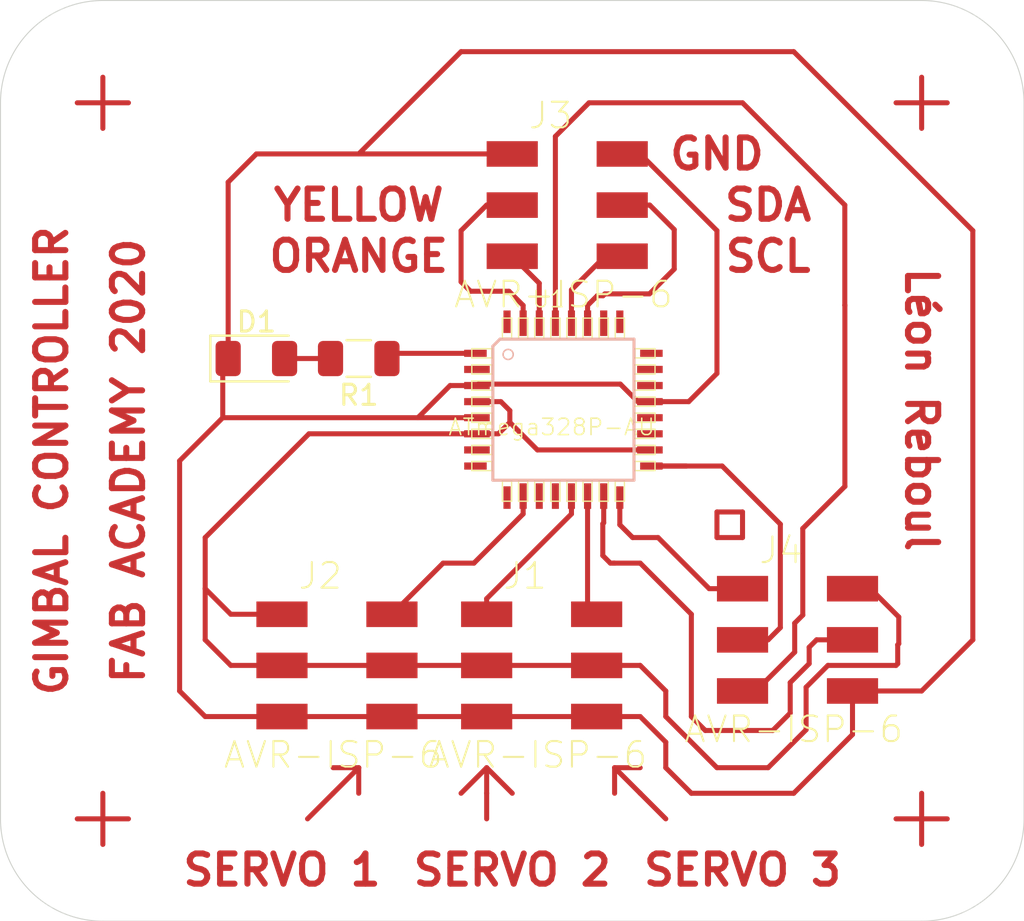
<source format=kicad_pcb>
(kicad_pcb (version 20171130) (host pcbnew 5.1.6-c6e7f7d~86~ubuntu18.04.1)

  (general
    (thickness 1.6)
    (drawings 19)
    (tracks 176)
    (zones 0)
    (modules 7)
    (nets 30)
  )

  (page A4)
  (layers
    (0 F.Cu signal)
    (31 B.Cu signal)
    (32 B.Adhes user)
    (33 F.Adhes user)
    (34 B.Paste user)
    (35 F.Paste user)
    (36 B.SilkS user)
    (37 F.SilkS user)
    (38 B.Mask user)
    (39 F.Mask user)
    (40 Dwgs.User user)
    (41 Cmts.User user)
    (42 Eco1.User user)
    (43 Eco2.User user)
    (44 Edge.Cuts user)
    (45 Margin user)
    (46 B.CrtYd user)
    (47 F.CrtYd user)
    (48 B.Fab user)
    (49 F.Fab user)
  )

  (setup
    (last_trace_width 0.25)
    (trace_clearance 0.2)
    (zone_clearance 0.508)
    (zone_45_only no)
    (trace_min 0.2)
    (via_size 0.8)
    (via_drill 0.4)
    (via_min_size 0.4)
    (via_min_drill 0.3)
    (uvia_size 0.3)
    (uvia_drill 0.1)
    (uvias_allowed no)
    (uvia_min_size 0.2)
    (uvia_min_drill 0.1)
    (edge_width 0.05)
    (segment_width 0.2)
    (pcb_text_width 0.3)
    (pcb_text_size 1.5 1.5)
    (mod_edge_width 0.12)
    (mod_text_size 1 1)
    (mod_text_width 0.15)
    (pad_size 1.524 1.524)
    (pad_drill 0.762)
    (pad_to_mask_clearance 0.05)
    (aux_axis_origin 0 0)
    (visible_elements FFFFFF7F)
    (pcbplotparams
      (layerselection 0x01000_7fffffff)
      (usegerberextensions false)
      (usegerberattributes true)
      (usegerberadvancedattributes true)
      (creategerberjobfile true)
      (excludeedgelayer false)
      (linewidth 0.100000)
      (plotframeref false)
      (viasonmask false)
      (mode 1)
      (useauxorigin false)
      (hpglpennumber 1)
      (hpglpenspeed 20)
      (hpglpendiameter 15.000000)
      (psnegative true)
      (psa4output false)
      (plotreference true)
      (plotvalue true)
      (plotinvisibletext false)
      (padsonsilk true)
      (subtractmaskfromsilk false)
      (outputformat 5)
      (mirror false)
      (drillshape 0)
      (scaleselection 1)
      (outputdirectory "./"))
  )

  (net 0 "")
  (net 1 "Net-(U1-Pad2)")
  (net 2 "Net-(U1-Pad11)")
  (net 3 "Net-(U1-Pad12)")
  (net 4 "Net-(U1-Pad19)")
  (net 5 "Net-(U1-Pad20)")
  (net 6 "Net-(U1-Pad22)")
  (net 7 "Net-(U1-Pad23)")
  (net 8 "Net-(U1-Pad26)")
  (net 9 5V)
  (net 10 RST)
  (net 11 MOSI)
  (net 12 SCK)
  (net 13 MISO)
  (net 14 GND)
  (net 15 SERVO_3_CONTROL)
  (net 16 SERVO_2_CONTROL)
  (net 17 RXD_to_orange_wire)
  (net 18 TXD_to_yellow_wire)
  (net 19 SERVO_1_CONTROL)
  (net 20 SDA)
  (net 21 SCL)
  (net 22 "Net-(U1-Pad7)")
  (net 23 "Net-(U1-Pad8)")
  (net 24 "Net-(U1-Pad9)")
  (net 25 "Net-(U1-Pad24)")
  (net 26 "Net-(U1-Pad25)")
  (net 27 "Net-(U1-Pad32)")
  (net 28 "Net-(D1-Pad2)")
  (net 29 LED)

  (net_class Default "This is the default net class."
    (clearance 0.2)
    (trace_width 0.25)
    (via_dia 0.8)
    (via_drill 0.4)
    (uvia_dia 0.3)
    (uvia_drill 0.1)
    (add_net 5V)
    (add_net GND)
    (add_net LED)
    (add_net MISO)
    (add_net MOSI)
    (add_net "Net-(D1-Pad2)")
    (add_net "Net-(U1-Pad11)")
    (add_net "Net-(U1-Pad12)")
    (add_net "Net-(U1-Pad19)")
    (add_net "Net-(U1-Pad2)")
    (add_net "Net-(U1-Pad20)")
    (add_net "Net-(U1-Pad22)")
    (add_net "Net-(U1-Pad23)")
    (add_net "Net-(U1-Pad24)")
    (add_net "Net-(U1-Pad25)")
    (add_net "Net-(U1-Pad26)")
    (add_net "Net-(U1-Pad32)")
    (add_net "Net-(U1-Pad7)")
    (add_net "Net-(U1-Pad8)")
    (add_net "Net-(U1-Pad9)")
    (add_net RST)
    (add_net RXD_to_orange_wire)
    (add_net SCK)
    (add_net SCL)
    (add_net SDA)
    (add_net SERVO_1_CONTROL)
    (add_net SERVO_2_CONTROL)
    (add_net SERVO_3_CONTROL)
    (add_net TXD_to_yellow_wire)
  )

  (module fab:fab-2X03SMD (layer F.Cu) (tedit 200000) (tstamp 5EEA4A5C)
    (at 138.43 96.52)
    (path /5EE7BF62)
    (attr smd)
    (fp_text reference J1 (at -0.635 -4.445) (layer F.SilkS)
      (effects (font (size 1.27 1.27) (thickness 0.1016)))
    )
    (fp_text value AVR-ISP-6 (at 0 4.445) (layer F.SilkS)
      (effects (font (size 1.27 1.27) (thickness 0.1016)))
    )
    (pad 6 smd rect (at 2.91846 2.54) (size 2.54 1.27) (layers F.Cu F.Paste F.Mask)
      (net 14 GND))
    (pad 5 smd rect (at -2.54 2.54) (size 2.54 1.27) (layers F.Cu F.Paste F.Mask)
      (net 14 GND))
    (pad 4 smd rect (at 2.91846 0) (size 2.54 1.27) (layers F.Cu F.Paste F.Mask)
      (net 9 5V))
    (pad 3 smd rect (at -2.54 0) (size 2.54 1.27) (layers F.Cu F.Paste F.Mask)
      (net 9 5V))
    (pad 2 smd rect (at 2.91846 -2.54) (size 2.54 1.27) (layers F.Cu F.Paste F.Mask)
      (net 15 SERVO_3_CONTROL))
    (pad 1 smd rect (at -2.54 -2.54) (size 2.54 1.27) (layers F.Cu F.Paste F.Mask)
      (net 16 SERVO_2_CONTROL))
  )

  (module fab:fab-2X03SMD (layer F.Cu) (tedit 200000) (tstamp 5EEA4AAA)
    (at 151.13 95.25)
    (path /5EED88E0)
    (attr smd)
    (fp_text reference J4 (at -0.635 -4.445) (layer F.SilkS)
      (effects (font (size 1.27 1.27) (thickness 0.1016)))
    )
    (fp_text value AVR-ISP-6 (at 0 4.445) (layer F.SilkS)
      (effects (font (size 1.27 1.27) (thickness 0.1016)))
    )
    (pad 1 smd rect (at -2.54 -2.54) (size 2.54 1.27) (layers F.Cu F.Paste F.Mask)
      (net 13 MISO))
    (pad 2 smd rect (at 2.91846 -2.54) (size 2.54 1.27) (layers F.Cu F.Paste F.Mask)
      (net 9 5V))
    (pad 3 smd rect (at -2.54 0) (size 2.54 1.27) (layers F.Cu F.Paste F.Mask)
      (net 12 SCK))
    (pad 4 smd rect (at 2.91846 0) (size 2.54 1.27) (layers F.Cu F.Paste F.Mask)
      (net 11 MOSI))
    (pad 5 smd rect (at -2.54 2.54) (size 2.54 1.27) (layers F.Cu F.Paste F.Mask)
      (net 10 RST))
    (pad 6 smd rect (at 2.91846 2.54) (size 2.54 1.27) (layers F.Cu F.Paste F.Mask)
      (net 14 GND))
  )

  (module fab:fab-TQFP32-08THIN (layer F.Cu) (tedit 200000) (tstamp 5EEA4BB6)
    (at 139.7 83.82)
    (path /5EEB8732)
    (attr smd)
    (fp_text reference U1 (at -0.7366 -5.4864) (layer F.SilkS)
      (effects (font (size 0.8128 0.8128) (thickness 0.0762)))
    )
    (fp_text value ATmega328P-AU (at -0.5842 0.8636) (layer F.SilkS)
      (effects (font (size 0.8128 0.8128) (thickness 0.0762)))
    )
    (fp_line (start -4.5466 -2.57048) (end -3.556 -2.57048) (layer F.SilkS) (width 0.06604))
    (fp_line (start -3.556 -2.57048) (end -3.556 -3.02768) (layer F.SilkS) (width 0.06604))
    (fp_line (start -4.5466 -3.02768) (end -3.556 -3.02768) (layer F.SilkS) (width 0.06604))
    (fp_line (start -4.5466 -2.57048) (end -4.5466 -3.02768) (layer F.SilkS) (width 0.06604))
    (fp_line (start -4.5466 -1.77038) (end -3.556 -1.77038) (layer F.SilkS) (width 0.06604))
    (fp_line (start -3.556 -1.77038) (end -3.556 -2.22758) (layer F.SilkS) (width 0.06604))
    (fp_line (start -4.5466 -2.22758) (end -3.556 -2.22758) (layer F.SilkS) (width 0.06604))
    (fp_line (start -4.5466 -1.77038) (end -4.5466 -2.22758) (layer F.SilkS) (width 0.06604))
    (fp_line (start -4.5466 -0.97028) (end -3.556 -0.97028) (layer F.SilkS) (width 0.06604))
    (fp_line (start -3.556 -0.97028) (end -3.556 -1.42748) (layer F.SilkS) (width 0.06604))
    (fp_line (start -4.5466 -1.42748) (end -3.556 -1.42748) (layer F.SilkS) (width 0.06604))
    (fp_line (start -4.5466 -0.97028) (end -4.5466 -1.42748) (layer F.SilkS) (width 0.06604))
    (fp_line (start -4.5466 -0.17018) (end -3.556 -0.17018) (layer F.SilkS) (width 0.06604))
    (fp_line (start -3.556 -0.17018) (end -3.556 -0.62738) (layer F.SilkS) (width 0.06604))
    (fp_line (start -4.5466 -0.62738) (end -3.556 -0.62738) (layer F.SilkS) (width 0.06604))
    (fp_line (start -4.5466 -0.17018) (end -4.5466 -0.62738) (layer F.SilkS) (width 0.06604))
    (fp_line (start -4.5466 0.62738) (end -3.556 0.62738) (layer F.SilkS) (width 0.06604))
    (fp_line (start -3.556 0.62738) (end -3.556 0.17018) (layer F.SilkS) (width 0.06604))
    (fp_line (start -4.5466 0.17018) (end -3.556 0.17018) (layer F.SilkS) (width 0.06604))
    (fp_line (start -4.5466 0.62738) (end -4.5466 0.17018) (layer F.SilkS) (width 0.06604))
    (fp_line (start -4.5466 1.42748) (end -3.556 1.42748) (layer F.SilkS) (width 0.06604))
    (fp_line (start -3.556 1.42748) (end -3.556 0.97028) (layer F.SilkS) (width 0.06604))
    (fp_line (start -4.5466 0.97028) (end -3.556 0.97028) (layer F.SilkS) (width 0.06604))
    (fp_line (start -4.5466 1.42748) (end -4.5466 0.97028) (layer F.SilkS) (width 0.06604))
    (fp_line (start -4.5466 2.22758) (end -3.556 2.22758) (layer F.SilkS) (width 0.06604))
    (fp_line (start -3.556 2.22758) (end -3.556 1.77038) (layer F.SilkS) (width 0.06604))
    (fp_line (start -4.5466 1.77038) (end -3.556 1.77038) (layer F.SilkS) (width 0.06604))
    (fp_line (start -4.5466 2.22758) (end -4.5466 1.77038) (layer F.SilkS) (width 0.06604))
    (fp_line (start -4.5466 3.02768) (end -3.556 3.02768) (layer F.SilkS) (width 0.06604))
    (fp_line (start -3.556 3.02768) (end -3.556 2.57048) (layer F.SilkS) (width 0.06604))
    (fp_line (start -4.5466 2.57048) (end -3.556 2.57048) (layer F.SilkS) (width 0.06604))
    (fp_line (start -4.5466 3.02768) (end -4.5466 2.57048) (layer F.SilkS) (width 0.06604))
    (fp_line (start -3.02768 4.5466) (end -2.57048 4.5466) (layer F.SilkS) (width 0.06604))
    (fp_line (start -2.57048 4.5466) (end -2.57048 3.556) (layer F.SilkS) (width 0.06604))
    (fp_line (start -3.02768 3.556) (end -2.57048 3.556) (layer F.SilkS) (width 0.06604))
    (fp_line (start -3.02768 4.5466) (end -3.02768 3.556) (layer F.SilkS) (width 0.06604))
    (fp_line (start -2.22758 4.5466) (end -1.77038 4.5466) (layer F.SilkS) (width 0.06604))
    (fp_line (start -1.77038 4.5466) (end -1.77038 3.556) (layer F.SilkS) (width 0.06604))
    (fp_line (start -2.22758 3.556) (end -1.77038 3.556) (layer F.SilkS) (width 0.06604))
    (fp_line (start -2.22758 4.5466) (end -2.22758 3.556) (layer F.SilkS) (width 0.06604))
    (fp_line (start -1.42748 4.5466) (end -0.97028 4.5466) (layer F.SilkS) (width 0.06604))
    (fp_line (start -0.97028 4.5466) (end -0.97028 3.556) (layer F.SilkS) (width 0.06604))
    (fp_line (start -1.42748 3.556) (end -0.97028 3.556) (layer F.SilkS) (width 0.06604))
    (fp_line (start -1.42748 4.5466) (end -1.42748 3.556) (layer F.SilkS) (width 0.06604))
    (fp_line (start -0.62738 4.5466) (end -0.17018 4.5466) (layer F.SilkS) (width 0.06604))
    (fp_line (start -0.17018 4.5466) (end -0.17018 3.556) (layer F.SilkS) (width 0.06604))
    (fp_line (start -0.62738 3.556) (end -0.17018 3.556) (layer F.SilkS) (width 0.06604))
    (fp_line (start -0.62738 4.5466) (end -0.62738 3.556) (layer F.SilkS) (width 0.06604))
    (fp_line (start 0.17018 4.5466) (end 0.62738 4.5466) (layer F.SilkS) (width 0.06604))
    (fp_line (start 0.62738 4.5466) (end 0.62738 3.556) (layer F.SilkS) (width 0.06604))
    (fp_line (start 0.17018 3.556) (end 0.62738 3.556) (layer F.SilkS) (width 0.06604))
    (fp_line (start 0.17018 4.5466) (end 0.17018 3.556) (layer F.SilkS) (width 0.06604))
    (fp_line (start 0.97028 4.5466) (end 1.42748 4.5466) (layer F.SilkS) (width 0.06604))
    (fp_line (start 1.42748 4.5466) (end 1.42748 3.556) (layer F.SilkS) (width 0.06604))
    (fp_line (start 0.97028 3.556) (end 1.42748 3.556) (layer F.SilkS) (width 0.06604))
    (fp_line (start 0.97028 4.5466) (end 0.97028 3.556) (layer F.SilkS) (width 0.06604))
    (fp_line (start 1.77038 4.5466) (end 2.22758 4.5466) (layer F.SilkS) (width 0.06604))
    (fp_line (start 2.22758 4.5466) (end 2.22758 3.556) (layer F.SilkS) (width 0.06604))
    (fp_line (start 1.77038 3.556) (end 2.22758 3.556) (layer F.SilkS) (width 0.06604))
    (fp_line (start 1.77038 4.5466) (end 1.77038 3.556) (layer F.SilkS) (width 0.06604))
    (fp_line (start 2.57048 4.5466) (end 3.02768 4.5466) (layer F.SilkS) (width 0.06604))
    (fp_line (start 3.02768 4.5466) (end 3.02768 3.556) (layer F.SilkS) (width 0.06604))
    (fp_line (start 2.57048 3.556) (end 3.02768 3.556) (layer F.SilkS) (width 0.06604))
    (fp_line (start 2.57048 4.5466) (end 2.57048 3.556) (layer F.SilkS) (width 0.06604))
    (fp_line (start 3.556 3.02768) (end 4.5466 3.02768) (layer F.SilkS) (width 0.06604))
    (fp_line (start 4.5466 3.02768) (end 4.5466 2.57048) (layer F.SilkS) (width 0.06604))
    (fp_line (start 3.556 2.57048) (end 4.5466 2.57048) (layer F.SilkS) (width 0.06604))
    (fp_line (start 3.556 3.02768) (end 3.556 2.57048) (layer F.SilkS) (width 0.06604))
    (fp_line (start 3.556 2.22758) (end 4.5466 2.22758) (layer F.SilkS) (width 0.06604))
    (fp_line (start 4.5466 2.22758) (end 4.5466 1.77038) (layer F.SilkS) (width 0.06604))
    (fp_line (start 3.556 1.77038) (end 4.5466 1.77038) (layer F.SilkS) (width 0.06604))
    (fp_line (start 3.556 2.22758) (end 3.556 1.77038) (layer F.SilkS) (width 0.06604))
    (fp_line (start 3.556 1.42748) (end 4.5466 1.42748) (layer F.SilkS) (width 0.06604))
    (fp_line (start 4.5466 1.42748) (end 4.5466 0.97028) (layer F.SilkS) (width 0.06604))
    (fp_line (start 3.556 0.97028) (end 4.5466 0.97028) (layer F.SilkS) (width 0.06604))
    (fp_line (start 3.556 1.42748) (end 3.556 0.97028) (layer F.SilkS) (width 0.06604))
    (fp_line (start 3.556 0.62738) (end 4.5466 0.62738) (layer F.SilkS) (width 0.06604))
    (fp_line (start 4.5466 0.62738) (end 4.5466 0.17018) (layer F.SilkS) (width 0.06604))
    (fp_line (start 3.556 0.17018) (end 4.5466 0.17018) (layer F.SilkS) (width 0.06604))
    (fp_line (start 3.556 0.62738) (end 3.556 0.17018) (layer F.SilkS) (width 0.06604))
    (fp_line (start 3.556 -0.17018) (end 4.5466 -0.17018) (layer F.SilkS) (width 0.06604))
    (fp_line (start 4.5466 -0.17018) (end 4.5466 -0.62738) (layer F.SilkS) (width 0.06604))
    (fp_line (start 3.556 -0.62738) (end 4.5466 -0.62738) (layer F.SilkS) (width 0.06604))
    (fp_line (start 3.556 -0.17018) (end 3.556 -0.62738) (layer F.SilkS) (width 0.06604))
    (fp_line (start 3.556 -0.97028) (end 4.5466 -0.97028) (layer F.SilkS) (width 0.06604))
    (fp_line (start 4.5466 -0.97028) (end 4.5466 -1.42748) (layer F.SilkS) (width 0.06604))
    (fp_line (start 3.556 -1.42748) (end 4.5466 -1.42748) (layer F.SilkS) (width 0.06604))
    (fp_line (start 3.556 -0.97028) (end 3.556 -1.42748) (layer F.SilkS) (width 0.06604))
    (fp_line (start 3.556 -1.77038) (end 4.5466 -1.77038) (layer F.SilkS) (width 0.06604))
    (fp_line (start 4.5466 -1.77038) (end 4.5466 -2.22758) (layer F.SilkS) (width 0.06604))
    (fp_line (start 3.556 -2.22758) (end 4.5466 -2.22758) (layer F.SilkS) (width 0.06604))
    (fp_line (start 3.556 -1.77038) (end 3.556 -2.22758) (layer F.SilkS) (width 0.06604))
    (fp_line (start 3.556 -2.57048) (end 4.5466 -2.57048) (layer F.SilkS) (width 0.06604))
    (fp_line (start 4.5466 -2.57048) (end 4.5466 -3.02768) (layer F.SilkS) (width 0.06604))
    (fp_line (start 3.556 -3.02768) (end 4.5466 -3.02768) (layer F.SilkS) (width 0.06604))
    (fp_line (start 3.556 -2.57048) (end 3.556 -3.02768) (layer F.SilkS) (width 0.06604))
    (fp_line (start 2.57048 -3.556) (end 3.02768 -3.556) (layer F.SilkS) (width 0.06604))
    (fp_line (start 3.02768 -3.556) (end 3.02768 -4.5466) (layer F.SilkS) (width 0.06604))
    (fp_line (start 2.57048 -4.5466) (end 3.02768 -4.5466) (layer F.SilkS) (width 0.06604))
    (fp_line (start 2.57048 -3.556) (end 2.57048 -4.5466) (layer F.SilkS) (width 0.06604))
    (fp_line (start 1.77038 -3.556) (end 2.22758 -3.556) (layer F.SilkS) (width 0.06604))
    (fp_line (start 2.22758 -3.556) (end 2.22758 -4.5466) (layer F.SilkS) (width 0.06604))
    (fp_line (start 1.77038 -4.5466) (end 2.22758 -4.5466) (layer F.SilkS) (width 0.06604))
    (fp_line (start 1.77038 -3.556) (end 1.77038 -4.5466) (layer F.SilkS) (width 0.06604))
    (fp_line (start 0.97028 -3.556) (end 1.42748 -3.556) (layer F.SilkS) (width 0.06604))
    (fp_line (start 1.42748 -3.556) (end 1.42748 -4.5466) (layer F.SilkS) (width 0.06604))
    (fp_line (start 0.97028 -4.5466) (end 1.42748 -4.5466) (layer F.SilkS) (width 0.06604))
    (fp_line (start 0.97028 -3.556) (end 0.97028 -4.5466) (layer F.SilkS) (width 0.06604))
    (fp_line (start 0.17018 -3.556) (end 0.62738 -3.556) (layer F.SilkS) (width 0.06604))
    (fp_line (start 0.62738 -3.556) (end 0.62738 -4.5466) (layer F.SilkS) (width 0.06604))
    (fp_line (start 0.17018 -4.5466) (end 0.62738 -4.5466) (layer F.SilkS) (width 0.06604))
    (fp_line (start 0.17018 -3.556) (end 0.17018 -4.5466) (layer F.SilkS) (width 0.06604))
    (fp_line (start -0.62738 -3.556) (end -0.17018 -3.556) (layer F.SilkS) (width 0.06604))
    (fp_line (start -0.17018 -3.556) (end -0.17018 -4.5466) (layer F.SilkS) (width 0.06604))
    (fp_line (start -0.62738 -4.5466) (end -0.17018 -4.5466) (layer F.SilkS) (width 0.06604))
    (fp_line (start -0.62738 -3.556) (end -0.62738 -4.5466) (layer F.SilkS) (width 0.06604))
    (fp_line (start -1.42748 -3.556) (end -0.97028 -3.556) (layer F.SilkS) (width 0.06604))
    (fp_line (start -0.97028 -3.556) (end -0.97028 -4.5466) (layer F.SilkS) (width 0.06604))
    (fp_line (start -1.42748 -4.5466) (end -0.97028 -4.5466) (layer F.SilkS) (width 0.06604))
    (fp_line (start -1.42748 -3.556) (end -1.42748 -4.5466) (layer F.SilkS) (width 0.06604))
    (fp_line (start -2.22758 -3.556) (end -1.77038 -3.556) (layer F.SilkS) (width 0.06604))
    (fp_line (start -1.77038 -3.556) (end -1.77038 -4.5466) (layer F.SilkS) (width 0.06604))
    (fp_line (start -2.22758 -4.5466) (end -1.77038 -4.5466) (layer F.SilkS) (width 0.06604))
    (fp_line (start -2.22758 -3.556) (end -2.22758 -4.5466) (layer F.SilkS) (width 0.06604))
    (fp_line (start -3.02768 -3.556) (end -2.57048 -3.556) (layer F.SilkS) (width 0.06604))
    (fp_line (start -2.57048 -3.556) (end -2.57048 -4.5466) (layer F.SilkS) (width 0.06604))
    (fp_line (start -3.02768 -4.5466) (end -2.57048 -4.5466) (layer F.SilkS) (width 0.06604))
    (fp_line (start -3.02768 -3.556) (end -3.02768 -4.5466) (layer F.SilkS) (width 0.06604))
    (fp_line (start 3.50266 -3.50266) (end 3.50266 3.50266) (layer B.SilkS) (width 0.1524))
    (fp_line (start 3.50266 3.50266) (end -3.50266 3.50266) (layer B.SilkS) (width 0.1524))
    (fp_line (start -3.50266 3.50266) (end -3.50266 -3.1496) (layer B.SilkS) (width 0.1524))
    (fp_line (start -3.1496 -3.50266) (end 3.50266 -3.50266) (layer B.SilkS) (width 0.1524))
    (fp_line (start -3.1496 -3.50266) (end -3.50266 -3.1496) (layer B.SilkS) (width 0.1524))
    (fp_circle (center -2.7432 -2.7432) (end -2.921 -2.921) (layer B.SilkS) (width 0.0762))
    (pad 1 smd rect (at -4.36626 -2.79908) (size 1.1176 0.3556) (layers F.Cu F.Paste F.Mask)
      (net 29 LED))
    (pad 2 smd rect (at -4.2926 -1.99898) (size 1.27 0.3556) (layers F.Cu F.Paste F.Mask)
      (net 1 "Net-(U1-Pad2)"))
    (pad 3 smd rect (at -4.2926 -1.19888) (size 1.27 0.3556) (layers F.Cu F.Paste F.Mask)
      (net 14 GND))
    (pad 4 smd rect (at -4.2926 -0.39878) (size 1.27 0.3556) (layers F.Cu F.Paste F.Mask)
      (net 9 5V))
    (pad 5 smd rect (at -4.2926 0.39878) (size 1.27 0.3556) (layers F.Cu F.Paste F.Mask)
      (net 14 GND))
    (pad 6 smd rect (at -4.2926 1.19888) (size 1.27 0.3556) (layers F.Cu F.Paste F.Mask)
      (net 9 5V))
    (pad 7 smd rect (at -4.2926 1.99898) (size 1.27 0.3556) (layers F.Cu F.Paste F.Mask)
      (net 22 "Net-(U1-Pad7)"))
    (pad 8 smd rect (at -4.36626 2.79908) (size 1.1176 0.3556) (layers F.Cu F.Paste F.Mask)
      (net 23 "Net-(U1-Pad8)"))
    (pad 9 smd rect (at -2.79908 4.36626) (size 0.3556 1.1176) (layers F.Cu F.Paste F.Mask)
      (net 24 "Net-(U1-Pad9)"))
    (pad 10 smd rect (at -1.99898 4.2926) (size 0.3556 1.27) (layers F.Cu F.Paste F.Mask)
      (net 19 SERVO_1_CONTROL))
    (pad 11 smd rect (at -1.19888 4.2926) (size 0.34798 1.27) (layers F.Cu F.Paste F.Mask)
      (net 2 "Net-(U1-Pad11)"))
    (pad 12 smd rect (at -0.39878 4.2926) (size 0.34798 1.27) (layers F.Cu F.Paste F.Mask)
      (net 3 "Net-(U1-Pad12)"))
    (pad 13 smd rect (at 0.39878 4.2926) (size 0.34798 1.27) (layers F.Cu F.Paste F.Mask)
      (net 16 SERVO_2_CONTROL))
    (pad 14 smd rect (at 1.19888 4.2926) (size 0.3556 1.27) (layers F.Cu F.Paste F.Mask)
      (net 15 SERVO_3_CONTROL))
    (pad 15 smd rect (at 1.99898 4.2926) (size 0.3556 1.27) (layers F.Cu F.Paste F.Mask)
      (net 11 MOSI))
    (pad 16 smd rect (at 2.79908 4.36626) (size 0.3556 1.1176) (layers F.Cu F.Paste F.Mask)
      (net 13 MISO))
    (pad 17 smd rect (at 4.36626 2.79908) (size 1.1176 0.3556) (layers F.Cu F.Paste F.Mask)
      (net 12 SCK))
    (pad 18 smd rect (at 4.2926 1.99898) (size 1.27 0.3556) (layers F.Cu F.Paste F.Mask)
      (net 9 5V))
    (pad 19 smd rect (at 4.2926 1.19888) (size 1.27 0.3556) (layers F.Cu F.Paste F.Mask)
      (net 4 "Net-(U1-Pad19)"))
    (pad 20 smd rect (at 4.2926 0.39878) (size 1.27 0.3556) (layers F.Cu F.Paste F.Mask)
      (net 5 "Net-(U1-Pad20)"))
    (pad 21 smd rect (at 4.2926 -0.39878) (size 1.27 0.3556) (layers F.Cu F.Paste F.Mask)
      (net 14 GND))
    (pad 22 smd rect (at 4.2926 -1.19888) (size 1.27 0.3556) (layers F.Cu F.Paste F.Mask)
      (net 6 "Net-(U1-Pad22)"))
    (pad 23 smd rect (at 4.2926 -1.99898) (size 1.27 0.3556) (layers F.Cu F.Paste F.Mask)
      (net 7 "Net-(U1-Pad23)"))
    (pad 24 smd rect (at 4.36626 -2.79908) (size 1.1176 0.3556) (layers F.Cu F.Paste F.Mask)
      (net 25 "Net-(U1-Pad24)"))
    (pad 25 smd rect (at 2.79908 -4.36626) (size 0.3556 1.1176) (layers F.Cu F.Paste F.Mask)
      (net 26 "Net-(U1-Pad25)"))
    (pad 26 smd rect (at 1.99898 -4.2926) (size 0.3556 1.27) (layers F.Cu F.Paste F.Mask)
      (net 8 "Net-(U1-Pad26)"))
    (pad 27 smd rect (at 1.19888 -4.2926) (size 0.3556 1.27) (layers F.Cu F.Paste F.Mask)
      (net 20 SDA))
    (pad 28 smd rect (at 0.39878 -4.2926) (size 0.34798 1.27) (layers F.Cu F.Paste F.Mask)
      (net 21 SCL))
    (pad 29 smd rect (at -0.39878 -4.2926) (size 0.34798 1.27) (layers F.Cu F.Paste F.Mask)
      (net 10 RST))
    (pad 30 smd rect (at -1.19888 -4.2926) (size 0.34798 1.27) (layers F.Cu F.Paste F.Mask)
      (net 17 RXD_to_orange_wire))
    (pad 31 smd rect (at -1.99898 -4.2926) (size 0.3556 1.27) (layers F.Cu F.Paste F.Mask)
      (net 18 TXD_to_yellow_wire))
    (pad 32 smd rect (at -2.79908 -4.36626) (size 0.3556 1.1176) (layers F.Cu F.Paste F.Mask)
      (net 27 "Net-(U1-Pad32)"))
  )

  (module LED_SMD:LED_1206_3216Metric (layer F.Cu) (tedit 5B301BBE) (tstamp 5EEB69D2)
    (at 124.46 81.28)
    (descr "LED SMD 1206 (3216 Metric), square (rectangular) end terminal, IPC_7351 nominal, (Body size source: http://www.tortai-tech.com/upload/download/2011102023233369053.pdf), generated with kicad-footprint-generator")
    (tags diode)
    (path /5EEB7097)
    (attr smd)
    (fp_text reference D1 (at 0 -1.82) (layer F.SilkS)
      (effects (font (size 1 1) (thickness 0.15)))
    )
    (fp_text value LED (at 0 1.82) (layer F.Fab)
      (effects (font (size 1 1) (thickness 0.15)))
    )
    (fp_line (start 2.28 1.12) (end -2.28 1.12) (layer F.CrtYd) (width 0.05))
    (fp_line (start 2.28 -1.12) (end 2.28 1.12) (layer F.CrtYd) (width 0.05))
    (fp_line (start -2.28 -1.12) (end 2.28 -1.12) (layer F.CrtYd) (width 0.05))
    (fp_line (start -2.28 1.12) (end -2.28 -1.12) (layer F.CrtYd) (width 0.05))
    (fp_line (start -2.285 1.135) (end 1.6 1.135) (layer F.SilkS) (width 0.12))
    (fp_line (start -2.285 -1.135) (end -2.285 1.135) (layer F.SilkS) (width 0.12))
    (fp_line (start 1.6 -1.135) (end -2.285 -1.135) (layer F.SilkS) (width 0.12))
    (fp_line (start 1.6 0.8) (end 1.6 -0.8) (layer F.Fab) (width 0.1))
    (fp_line (start -1.6 0.8) (end 1.6 0.8) (layer F.Fab) (width 0.1))
    (fp_line (start -1.6 -0.4) (end -1.6 0.8) (layer F.Fab) (width 0.1))
    (fp_line (start -1.2 -0.8) (end -1.6 -0.4) (layer F.Fab) (width 0.1))
    (fp_line (start 1.6 -0.8) (end -1.2 -0.8) (layer F.Fab) (width 0.1))
    (fp_text user %R (at 0 0 180) (layer F.Fab)
      (effects (font (size 0.8 0.8) (thickness 0.12)))
    )
    (pad 1 smd roundrect (at -1.4 0) (size 1.25 1.75) (layers F.Cu F.Paste F.Mask) (roundrect_rratio 0.2)
      (net 14 GND))
    (pad 2 smd roundrect (at 1.4 0) (size 1.25 1.75) (layers F.Cu F.Paste F.Mask) (roundrect_rratio 0.2)
      (net 28 "Net-(D1-Pad2)"))
    (model ${KISYS3DMOD}/LED_SMD.3dshapes/LED_1206_3216Metric.wrl
      (at (xyz 0 0 0))
      (scale (xyz 1 1 1))
      (rotate (xyz 0 0 0))
    )
  )

  (module Resistor_SMD:R_1206_3216Metric (layer F.Cu) (tedit 5B301BBD) (tstamp 5EEB69E3)
    (at 129.54 81.28 180)
    (descr "Resistor SMD 1206 (3216 Metric), square (rectangular) end terminal, IPC_7351 nominal, (Body size source: http://www.tortai-tech.com/upload/download/2011102023233369053.pdf), generated with kicad-footprint-generator")
    (tags resistor)
    (path /5EEBB0EC)
    (attr smd)
    (fp_text reference R1 (at 0 -1.82) (layer F.SilkS)
      (effects (font (size 1 1) (thickness 0.15)))
    )
    (fp_text value R_Small (at 0 1.82) (layer F.Fab)
      (effects (font (size 1 1) (thickness 0.15)))
    )
    (fp_line (start 2.28 1.12) (end -2.28 1.12) (layer F.CrtYd) (width 0.05))
    (fp_line (start 2.28 -1.12) (end 2.28 1.12) (layer F.CrtYd) (width 0.05))
    (fp_line (start -2.28 -1.12) (end 2.28 -1.12) (layer F.CrtYd) (width 0.05))
    (fp_line (start -2.28 1.12) (end -2.28 -1.12) (layer F.CrtYd) (width 0.05))
    (fp_line (start -0.602064 0.91) (end 0.602064 0.91) (layer F.SilkS) (width 0.12))
    (fp_line (start -0.602064 -0.91) (end 0.602064 -0.91) (layer F.SilkS) (width 0.12))
    (fp_line (start 1.6 0.8) (end -1.6 0.8) (layer F.Fab) (width 0.1))
    (fp_line (start 1.6 -0.8) (end 1.6 0.8) (layer F.Fab) (width 0.1))
    (fp_line (start -1.6 -0.8) (end 1.6 -0.8) (layer F.Fab) (width 0.1))
    (fp_line (start -1.6 0.8) (end -1.6 -0.8) (layer F.Fab) (width 0.1))
    (fp_text user %R (at 0 0) (layer F.Fab)
      (effects (font (size 0.8 0.8) (thickness 0.12)))
    )
    (pad 1 smd roundrect (at -1.4 0 180) (size 1.25 1.75) (layers F.Cu F.Paste F.Mask) (roundrect_rratio 0.2)
      (net 29 LED))
    (pad 2 smd roundrect (at 1.4 0 180) (size 1.25 1.75) (layers F.Cu F.Paste F.Mask) (roundrect_rratio 0.2)
      (net 28 "Net-(D1-Pad2)"))
    (model ${KISYS3DMOD}/Resistor_SMD.3dshapes/R_1206_3216Metric.wrl
      (at (xyz 0 0 0))
      (scale (xyz 1 1 1))
      (rotate (xyz 0 0 0))
    )
  )

  (module fab:fab-2X03SMD (layer F.Cu) (tedit 200000) (tstamp 5EEB9A06)
    (at 128.27 96.52)
    (path /5EF038BB)
    (attr smd)
    (fp_text reference J2 (at -0.635 -4.445) (layer F.SilkS)
      (effects (font (size 1.27 1.27) (thickness 0.1016)))
    )
    (fp_text value AVR-ISP-6 (at 0 4.445) (layer F.SilkS)
      (effects (font (size 1.27 1.27) (thickness 0.1016)))
    )
    (pad 6 smd rect (at 2.91846 2.54) (size 2.54 1.27) (layers F.Cu F.Paste F.Mask)
      (net 14 GND))
    (pad 5 smd rect (at -2.54 2.54) (size 2.54 1.27) (layers F.Cu F.Paste F.Mask)
      (net 14 GND))
    (pad 4 smd rect (at 2.91846 0) (size 2.54 1.27) (layers F.Cu F.Paste F.Mask)
      (net 9 5V))
    (pad 3 smd rect (at -2.54 0) (size 2.54 1.27) (layers F.Cu F.Paste F.Mask)
      (net 9 5V))
    (pad 2 smd rect (at 2.91846 -2.54) (size 2.54 1.27) (layers F.Cu F.Paste F.Mask)
      (net 19 SERVO_1_CONTROL))
    (pad 1 smd rect (at -2.54 -2.54) (size 2.54 1.27) (layers F.Cu F.Paste F.Mask)
      (net 9 5V))
  )

  (module fab:fab-2X03SMD (layer F.Cu) (tedit 200000) (tstamp 5EEB9A10)
    (at 139.7 73.66)
    (path /5EEE6D1D)
    (attr smd)
    (fp_text reference J3 (at -0.635 -4.445) (layer F.SilkS)
      (effects (font (size 1.27 1.27) (thickness 0.1016)))
    )
    (fp_text value AVR-ISP-6 (at 0 4.445) (layer F.SilkS)
      (effects (font (size 1.27 1.27) (thickness 0.1016)))
    )
    (pad 1 smd rect (at -2.54 -2.54) (size 2.54 1.27) (layers F.Cu F.Paste F.Mask)
      (net 14 GND))
    (pad 2 smd rect (at 2.91846 -2.54) (size 2.54 1.27) (layers F.Cu F.Paste F.Mask)
      (net 14 GND))
    (pad 3 smd rect (at -2.54 0) (size 2.54 1.27) (layers F.Cu F.Paste F.Mask)
      (net 18 TXD_to_yellow_wire))
    (pad 4 smd rect (at 2.91846 0) (size 2.54 1.27) (layers F.Cu F.Paste F.Mask)
      (net 20 SDA))
    (pad 5 smd rect (at -2.54 2.54) (size 2.54 1.27) (layers F.Cu F.Paste F.Mask)
      (net 17 RXD_to_orange_wire))
    (pad 6 smd rect (at 2.91846 2.54) (size 2.54 1.27) (layers F.Cu F.Paste F.Mask)
      (net 21 SCL))
  )

  (gr_arc (start 157.48 104.14) (end 157.48 109.22) (angle -90) (layer Edge.Cuts) (width 0.05))
  (gr_arc (start 116.84 104.14) (end 111.76 104.14) (angle -90) (layer Edge.Cuts) (width 0.05))
  (gr_arc (start 116.84 68.58) (end 116.84 63.5) (angle -90) (layer Edge.Cuts) (width 0.05))
  (gr_arc (start 157.48 68.58) (end 162.56 68.58) (angle -90) (layer Edge.Cuts) (width 0.05))
  (gr_line (start 116.84 63.5) (end 157.48 63.5) (layer Edge.Cuts) (width 0.05))
  (gr_line (start 111.76 104.14) (end 111.76 68.58) (layer Edge.Cuts) (width 0.05))
  (gr_line (start 157.48 109.22) (end 116.84 109.22) (layer Edge.Cuts) (width 0.05))
  (gr_line (start 162.56 104.14) (end 162.56 68.58) (layer Edge.Cuts) (width 0.05))
  (gr_text "GIMBAL CONTROLLER" (at 114.3 86.36 90) (layer F.Cu)
    (effects (font (size 1.5 1.5) (thickness 0.3)))
  )
  (gr_text "Léon Reboul" (at 157.48 83.82 270) (layer F.Cu)
    (effects (font (size 1.5 1.5) (thickness 0.3)))
  )
  (gr_text "FAB ACADEMY 2020" (at 118.11 86.36 90) (layer F.Cu)
    (effects (font (size 1.5 1.5) (thickness 0.3)))
  )
  (gr_text "YELLOW\n" (at 129.54 73.66) (layer F.Cu) (tstamp 5EEA5860)
    (effects (font (size 1.5 1.5) (thickness 0.3)))
  )
  (gr_text ORANGE (at 129.54 76.2) (layer F.Cu) (tstamp 5EEA5860)
    (effects (font (size 1.5 1.5) (thickness 0.3)))
  )
  (gr_text "SERVO 1\n" (at 125.73 106.68) (layer F.Cu) (tstamp 5EEA5860)
    (effects (font (size 1.5 1.5) (thickness 0.3)))
  )
  (gr_text "SERVO 2\n" (at 137.16 106.68) (layer F.Cu) (tstamp 5EEA5860)
    (effects (font (size 1.5 1.5) (thickness 0.3)))
  )
  (gr_text "SERVO 3" (at 148.59 106.68) (layer F.Cu) (tstamp 5EEA5860)
    (effects (font (size 1.5 1.5) (thickness 0.3)))
  )
  (gr_text SCL (at 149.86 76.2) (layer F.Cu) (tstamp 5EEA5860)
    (effects (font (size 1.5 1.5) (thickness 0.3)))
  )
  (gr_text SDA (at 149.86 73.66) (layer F.Cu) (tstamp 5EEA5860)
    (effects (font (size 1.5 1.5) (thickness 0.3)))
  )
  (gr_text GND (at 147.32 71.12) (layer F.Cu)
    (effects (font (size 1.5 1.5) (thickness 0.3)))
  )

  (segment (start 115.57 68.58) (end 118.11 68.58) (width 0.25) (layer F.Cu) (net 0))
  (segment (start 116.84 69.85) (end 116.84 67.31) (width 0.25) (layer F.Cu) (net 0))
  (segment (start 158.75 68.58) (end 157.48 68.58) (width 0.25) (layer F.Cu) (net 0))
  (segment (start 156.21 68.58) (end 157.48 68.58) (width 0.25) (layer F.Cu) (net 0))
  (segment (start 157.48 67.31) (end 157.48 69.85) (width 0.25) (layer F.Cu) (net 0))
  (segment (start 156.21 104.14) (end 158.75 104.14) (width 0.25) (layer F.Cu) (net 0))
  (segment (start 157.48 105.41) (end 157.48 102.87) (width 0.25) (layer F.Cu) (net 0))
  (segment (start 118.11 104.14) (end 115.57 104.14) (width 0.25) (layer F.Cu) (net 0))
  (segment (start 116.84 105.41) (end 116.84 102.87) (width 0.25) (layer F.Cu) (net 0))
  (segment (start 135.89 102.87) (end 135.89 101.6) (width 0.25) (layer F.Cu) (net 0))
  (segment (start 143.51 102.87) (end 142.24 101.6) (width 0.25) (layer F.Cu) (net 0))
  (segment (start 129.54 101.6) (end 128.27 102.87) (width 0.25) (layer F.Cu) (net 0))
  (segment (start 128.27 101.6) (end 129.54 101.6) (width 0.25) (layer F.Cu) (net 0))
  (segment (start 129.54 101.6) (end 129.54 102.87) (width 0.25) (layer F.Cu) (net 0))
  (segment (start 128.27 102.87) (end 127 104.14) (width 0.25) (layer F.Cu) (net 0))
  (segment (start 135.89 101.6) (end 134.62 102.87) (width 0.25) (layer F.Cu) (net 0))
  (segment (start 135.89 101.6) (end 137.16 102.87) (width 0.25) (layer F.Cu) (net 0))
  (segment (start 135.89 102.87) (end 135.89 104.14) (width 0.25) (layer F.Cu) (net 0))
  (segment (start 142.24 101.6) (end 143.51 101.6) (width 0.25) (layer F.Cu) (net 0))
  (segment (start 142.24 101.6) (end 142.24 102.87) (width 0.25) (layer F.Cu) (net 0))
  (segment (start 143.51 102.87) (end 144.78 104.14) (width 0.25) (layer F.Cu) (net 0))
  (segment (start 147.32 88.9) (end 147.32 90.17) (width 0.25) (layer F.Cu) (net 0))
  (segment (start 147.32 90.17) (end 148.59 90.17) (width 0.25) (layer F.Cu) (net 0))
  (segment (start 148.59 90.17) (end 148.59 88.9) (width 0.25) (layer F.Cu) (net 0))
  (segment (start 148.59 88.9) (end 147.32 88.9) (width 0.25) (layer F.Cu) (net 0))
  (segment (start 141.34846 96.52) (end 135.89 96.52) (width 0.25) (layer F.Cu) (net 9))
  (segment (start 135.4074 85.01888) (end 136.472164 85.01888) (width 0.25) (layer F.Cu) (net 9))
  (segment (start 136.472164 85.01888) (end 137.040231 84.450813) (width 0.25) (layer F.Cu) (net 9))
  (segment (start 137.040231 84.450813) (end 137.040231 83.866182) (width 0.25) (layer F.Cu) (net 9))
  (segment (start 136.595269 83.42122) (end 135.4074 83.42122) (width 0.25) (layer F.Cu) (net 9))
  (segment (start 137.040231 83.866182) (end 136.595269 83.42122) (width 0.25) (layer F.Cu) (net 9))
  (segment (start 138.408398 85.81898) (end 137.040231 84.450813) (width 0.25) (layer F.Cu) (net 9))
  (segment (start 143.9926 85.81898) (end 138.408398 85.81898) (width 0.25) (layer F.Cu) (net 9))
  (segment (start 149.86 101.6) (end 147.32 101.6) (width 0.25) (layer F.Cu) (net 9))
  (segment (start 151.74544 99.71456) (end 149.86 101.6) (width 0.25) (layer F.Cu) (net 9))
  (segment (start 147.32 101.6) (end 144.78 99.06) (width 0.25) (layer F.Cu) (net 9))
  (segment (start 151.74544 97.603018) (end 151.74544 99.71456) (width 0.25) (layer F.Cu) (net 9))
  (segment (start 152.828458 96.52) (end 151.74544 97.603018) (width 0.25) (layer F.Cu) (net 9))
  (segment (start 144.78 97.79) (end 143.51 96.52) (width 0.25) (layer F.Cu) (net 9))
  (segment (start 156.21 96.52) (end 152.828458 96.52) (width 0.25) (layer F.Cu) (net 9))
  (segment (start 143.51 96.52) (end 141.34846 96.52) (width 0.25) (layer F.Cu) (net 9))
  (segment (start 156.291727 96.438273) (end 156.21 96.52) (width 0.25) (layer F.Cu) (net 9))
  (segment (start 154.94 92.71) (end 156.344591 94.114591) (width 0.25) (layer F.Cu) (net 9))
  (segment (start 156.344591 94.114591) (end 156.344591 95.443871) (width 0.25) (layer F.Cu) (net 9))
  (segment (start 156.344591 95.443871) (end 156.291727 95.496735) (width 0.25) (layer F.Cu) (net 9))
  (segment (start 144.78 99.06) (end 144.78 97.79) (width 0.25) (layer F.Cu) (net 9))
  (segment (start 154.04846 92.71) (end 154.94 92.71) (width 0.25) (layer F.Cu) (net 9))
  (segment (start 156.291727 95.496735) (end 156.291727 96.438273) (width 0.25) (layer F.Cu) (net 9))
  (segment (start 135.89 96.52) (end 131.18846 96.52) (width 0.25) (layer F.Cu) (net 9))
  (segment (start 131.18846 96.52) (end 125.73 96.52) (width 0.25) (layer F.Cu) (net 9))
  (segment (start 125.73 96.52) (end 123.19 96.52) (width 0.25) (layer F.Cu) (net 9))
  (segment (start 123.19 96.52) (end 121.92 95.25) (width 0.25) (layer F.Cu) (net 9))
  (segment (start 127.07112 85.01888) (end 135.4074 85.01888) (width 0.25) (layer F.Cu) (net 9))
  (segment (start 121.92 90.17) (end 127.07112 85.01888) (width 0.25) (layer F.Cu) (net 9))
  (segment (start 123.19 93.98) (end 121.92 92.71) (width 0.25) (layer F.Cu) (net 9))
  (segment (start 121.92 95.25) (end 121.92 92.71) (width 0.25) (layer F.Cu) (net 9))
  (segment (start 125.73 93.98) (end 123.19 93.98) (width 0.25) (layer F.Cu) (net 9))
  (segment (start 121.92 92.71) (end 121.92 90.17) (width 0.25) (layer F.Cu) (net 9))
  (segment (start 148.59 97.79) (end 149.598133 97.79) (width 0.25) (layer F.Cu) (net 10))
  (segment (start 152.138133 89.161867) (end 153.67 87.63) (width 0.25) (layer F.Cu) (net 10))
  (segment (start 153.67 87.63) (end 153.666193 87.626193) (width 0.25) (layer F.Cu) (net 10))
  (segment (start 148.59 97.79) (end 149.249316 97.79) (width 0.25) (layer F.Cu) (net 10))
  (segment (start 149.249316 97.79) (end 151.178846 95.86047) (width 0.25) (layer F.Cu) (net 10))
  (segment (start 151.178846 95.86047) (end 151.178846 94.422575) (width 0.25) (layer F.Cu) (net 10))
  (segment (start 151.178846 94.422575) (end 151.580611 94.02081) (width 0.25) (layer F.Cu) (net 10))
  (segment (start 151.580611 89.719389) (end 152.138133 89.161867) (width 0.25) (layer F.Cu) (net 10))
  (segment (start 151.580611 94.02081) (end 151.580611 89.719389) (width 0.25) (layer F.Cu) (net 10))
  (segment (start 153.67 78.639998) (end 153.67 87.63) (width 0.25) (layer F.Cu) (net 10))
  (segment (start 139.30122 70.24878) (end 140.97 68.58) (width 0.25) (layer F.Cu) (net 10))
  (segment (start 139.30122 79.5274) (end 139.30122 70.24878) (width 0.25) (layer F.Cu) (net 10))
  (segment (start 140.97 68.58) (end 148.59 68.58) (width 0.25) (layer F.Cu) (net 10))
  (segment (start 148.59 68.58) (end 153.666193 73.656193) (width 0.25) (layer F.Cu) (net 10))
  (segment (start 153.666193 73.656193) (end 153.666193 78.636191) (width 0.25) (layer F.Cu) (net 10))
  (segment (start 153.666193 78.636191) (end 153.67 78.639998) (width 0.25) (layer F.Cu) (net 10))
  (segment (start 154.04846 95.25) (end 153.67 95.25) (width 0.25) (layer F.Cu) (net 11))
  (segment (start 142.24 91.44) (end 142.151893 91.44) (width 0.25) (layer F.Cu) (net 11))
  (segment (start 142.24 91.44) (end 142.028544 91.44) (width 0.25) (layer F.Cu) (net 11))
  (segment (start 142.028544 91.44) (end 141.654092 91.065548) (width 0.25) (layer F.Cu) (net 11))
  (segment (start 141.69898 89.44102) (end 141.69898 88.1126) (width 0.25) (layer F.Cu) (net 11))
  (segment (start 141.654092 89.485908) (end 141.69898 89.44102) (width 0.25) (layer F.Cu) (net 11))
  (segment (start 141.654092 91.065548) (end 141.654092 89.485908) (width 0.25) (layer F.Cu) (net 11))
  (segment (start 143.51 91.44) (end 142.24 91.44) (width 0.25) (layer F.Cu) (net 11))
  (segment (start 146.741247 99.751247) (end 146.05 99.06) (width 0.25) (layer F.Cu) (net 11))
  (segment (start 146.05 99.06) (end 146.05 93.98) (width 0.25) (layer F.Cu) (net 11))
  (segment (start 150.089851 99.751247) (end 146.741247 99.751247) (width 0.25) (layer F.Cu) (net 11))
  (segment (start 146.05 93.98) (end 143.51 91.44) (width 0.25) (layer F.Cu) (net 11))
  (segment (start 152.265091 95.25) (end 151.897793 95.617298) (width 0.25) (layer F.Cu) (net 11))
  (segment (start 154.04846 95.25) (end 152.265091 95.25) (width 0.25) (layer F.Cu) (net 11))
  (segment (start 150.956818 98.88428) (end 150.089851 99.751247) (width 0.25) (layer F.Cu) (net 11))
  (segment (start 151.897793 95.617298) (end 151.897793 96.4314) (width 0.25) (layer F.Cu) (net 11))
  (segment (start 151.897793 96.4314) (end 150.956818 97.372375) (width 0.25) (layer F.Cu) (net 11))
  (segment (start 150.956818 97.372375) (end 150.956818 98.88428) (width 0.25) (layer F.Cu) (net 11))
  (segment (start 145.802095 86.61908) (end 144.06626 86.61908) (width 0.25) (layer F.Cu) (net 12))
  (segment (start 150.466665 94.643335) (end 150.466665 89.506665) (width 0.25) (layer F.Cu) (net 12))
  (segment (start 148.59 95.25) (end 149.86 95.25) (width 0.25) (layer F.Cu) (net 12))
  (segment (start 147.57908 86.61908) (end 144.06626 86.61908) (width 0.25) (layer F.Cu) (net 12))
  (segment (start 150.466665 89.506665) (end 147.57908 86.61908) (width 0.25) (layer F.Cu) (net 12))
  (segment (start 149.86 95.25) (end 150.466665 94.643335) (width 0.25) (layer F.Cu) (net 12))
  (segment (start 148.59 92.71) (end 146.937214 92.71) (width 0.25) (layer F.Cu) (net 13))
  (segment (start 146.937214 92.71) (end 144.397214 90.17) (width 0.25) (layer F.Cu) (net 13))
  (segment (start 144.397214 90.17) (end 143.134411 90.17) (width 0.25) (layer F.Cu) (net 13))
  (segment (start 142.49908 89.534669) (end 142.49908 88.18626) (width 0.25) (layer F.Cu) (net 13))
  (segment (start 143.134411 90.17) (end 142.49908 89.534669) (width 0.25) (layer F.Cu) (net 13))
  (segment (start 141.34846 99.06) (end 135.89 99.06) (width 0.25) (layer F.Cu) (net 14))
  (segment (start 141.34846 99.06) (end 143.51 99.06) (width 0.25) (layer F.Cu) (net 14))
  (segment (start 143.51 99.06) (end 144.78 100.33) (width 0.25) (layer F.Cu) (net 14))
  (segment (start 144.78 100.33) (end 144.78 101.6) (width 0.25) (layer F.Cu) (net 14))
  (segment (start 146.05 102.87) (end 151.13 102.87) (width 0.25) (layer F.Cu) (net 14))
  (segment (start 144.78 101.6) (end 146.05 102.87) (width 0.25) (layer F.Cu) (net 14))
  (segment (start 154.04846 99.95154) (end 154.04846 97.79) (width 0.25) (layer F.Cu) (net 14))
  (segment (start 151.13 102.87) (end 154.04846 99.95154) (width 0.25) (layer F.Cu) (net 14))
  (segment (start 135.4074 82.62112) (end 134.07644 82.62112) (width 0.25) (layer F.Cu) (net 14))
  (segment (start 135.4074 84.21878) (end 132.47878 84.21878) (width 0.25) (layer F.Cu) (net 14))
  (segment (start 134.07644 82.62112) (end 132.47878 84.21878) (width 0.25) (layer F.Cu) (net 14))
  (segment (start 143.394898 83.42122) (end 142.523678 82.55) (width 0.25) (layer F.Cu) (net 14))
  (segment (start 143.9926 83.42122) (end 143.394898 83.42122) (width 0.25) (layer F.Cu) (net 14))
  (segment (start 135.47852 82.55) (end 135.4074 82.62112) (width 0.25) (layer F.Cu) (net 14))
  (segment (start 142.523678 82.55) (end 135.47852 82.55) (width 0.25) (layer F.Cu) (net 14))
  (segment (start 144.592842 83.42122) (end 143.9926 83.42122) (width 0.25) (layer F.Cu) (net 14))
  (segment (start 145.918957 83.42122) (end 143.9926 83.42122) (width 0.25) (layer F.Cu) (net 14))
  (segment (start 142.61846 71.12) (end 143.51 71.12) (width 0.25) (layer F.Cu) (net 14))
  (segment (start 143.51 71.12) (end 147.32 74.93) (width 0.25) (layer F.Cu) (net 14))
  (segment (start 147.32 82.020177) (end 145.918957 83.42122) (width 0.25) (layer F.Cu) (net 14))
  (segment (start 147.32 74.93) (end 147.32 82.020177) (width 0.25) (layer F.Cu) (net 14))
  (segment (start 135.89 99.06) (end 131.18846 99.06) (width 0.25) (layer F.Cu) (net 14))
  (segment (start 131.18846 99.06) (end 125.73 99.06) (width 0.25) (layer F.Cu) (net 14))
  (segment (start 121.92 99.06) (end 120.65 97.79) (width 0.25) (layer F.Cu) (net 14))
  (segment (start 125.73 99.06) (end 121.92 99.06) (width 0.25) (layer F.Cu) (net 14))
  (segment (start 120.65 97.79) (end 120.65 86.36) (width 0.25) (layer F.Cu) (net 14))
  (segment (start 122.79122 84.21878) (end 120.65 86.36) (width 0.25) (layer F.Cu) (net 14))
  (segment (start 132.47878 84.21878) (end 122.79122 84.21878) (width 0.25) (layer F.Cu) (net 14))
  (segment (start 122.79122 81.54878) (end 123.06 81.28) (width 0.25) (layer F.Cu) (net 14))
  (segment (start 122.79122 84.21878) (end 122.79122 81.54878) (width 0.25) (layer F.Cu) (net 14))
  (segment (start 123.06 72.52) (end 123.06 81.28) (width 0.25) (layer F.Cu) (net 14))
  (segment (start 137.16 71.12) (end 124.46 71.12) (width 0.25) (layer F.Cu) (net 14))
  (segment (start 124.46 71.12) (end 123.06 72.52) (width 0.25) (layer F.Cu) (net 14))
  (segment (start 154.04846 97.79) (end 157.48 97.79) (width 0.25) (layer F.Cu) (net 14))
  (segment (start 157.48 97.79) (end 158.75 96.52) (width 0.25) (layer F.Cu) (net 14))
  (segment (start 158.75 96.52) (end 160.02 95.25) (width 0.25) (layer F.Cu) (net 14))
  (segment (start 160.02 95.25) (end 160.02 74.93) (width 0.25) (layer F.Cu) (net 14))
  (segment (start 160.02 74.93) (end 151.13 66.04) (width 0.25) (layer F.Cu) (net 14))
  (segment (start 151.13 66.04) (end 134.62 66.04) (width 0.25) (layer F.Cu) (net 14))
  (segment (start 134.62 66.04) (end 129.54 71.12) (width 0.25) (layer F.Cu) (net 14))
  (segment (start 140.89888 93.53042) (end 141.34846 93.98) (width 0.25) (layer F.Cu) (net 15))
  (segment (start 140.89888 88.1126) (end 140.89888 93.53042) (width 0.25) (layer F.Cu) (net 15))
  (segment (start 140.09878 88.9976) (end 135.89 93.20638) (width 0.25) (layer F.Cu) (net 16))
  (segment (start 135.89 93.20638) (end 135.89 93.98) (width 0.25) (layer F.Cu) (net 16))
  (segment (start 140.09878 88.1126) (end 140.09878 88.9976) (width 0.25) (layer F.Cu) (net 16))
  (segment (start 138.50112 77.54112) (end 137.16 76.2) (width 0.25) (layer F.Cu) (net 17))
  (segment (start 138.50112 79.5274) (end 138.50112 77.54112) (width 0.25) (layer F.Cu) (net 17))
  (segment (start 137.70102 78.6424) (end 136.996587 77.937967) (width 0.25) (layer F.Cu) (net 18))
  (segment (start 137.70102 79.5274) (end 137.70102 78.6424) (width 0.25) (layer F.Cu) (net 18))
  (segment (start 136.996587 77.937967) (end 135.087967 77.937967) (width 0.25) (layer F.Cu) (net 18))
  (segment (start 135.087967 77.937967) (end 134.62 77.47) (width 0.25) (layer F.Cu) (net 18))
  (segment (start 134.62 77.47) (end 134.62 74.93) (width 0.25) (layer F.Cu) (net 18))
  (segment (start 135.89 73.66) (end 137.16 73.66) (width 0.25) (layer F.Cu) (net 18))
  (segment (start 134.62 74.93) (end 135.89 73.66) (width 0.25) (layer F.Cu) (net 18))
  (segment (start 137.70102 88.9976) (end 135.25862 91.44) (width 0.25) (layer F.Cu) (net 19))
  (segment (start 137.70102 88.1126) (end 137.70102 88.9976) (width 0.25) (layer F.Cu) (net 19))
  (segment (start 133.72846 91.44) (end 131.18846 93.98) (width 0.25) (layer F.Cu) (net 19))
  (segment (start 135.25862 91.44) (end 133.72846 91.44) (width 0.25) (layer F.Cu) (net 19))
  (segment (start 140.89888 78.6424) (end 140.89888 79.5274) (width 0.25) (layer F.Cu) (net 20))
  (segment (start 140.89888 78.6424) (end 141.377949 78.163331) (width 0.25) (layer F.Cu) (net 20))
  (segment (start 141.663331 78.163331) (end 141.756128 78.070534) (width 0.25) (layer F.Cu) (net 20))
  (segment (start 141.377949 78.163331) (end 141.663331 78.163331) (width 0.25) (layer F.Cu) (net 20))
  (segment (start 141.756128 78.070534) (end 143.967357 78.070534) (width 0.25) (layer F.Cu) (net 20))
  (segment (start 143.967357 78.070534) (end 145.200234 76.837657) (width 0.25) (layer F.Cu) (net 20))
  (segment (start 145.200234 76.837657) (end 145.200234 74.87566) (width 0.25) (layer F.Cu) (net 20))
  (segment (start 143.984574 73.66) (end 142.61846 73.66) (width 0.25) (layer F.Cu) (net 20))
  (segment (start 145.200234 74.87566) (end 143.984574 73.66) (width 0.25) (layer F.Cu) (net 20))
  (segment (start 141.76756 76.2) (end 142.61846 76.2) (width 0.25) (layer F.Cu) (net 21))
  (segment (start 140.09878 77.86878) (end 141.76756 76.2) (width 0.25) (layer F.Cu) (net 21))
  (segment (start 140.09878 79.5274) (end 140.09878 77.86878) (width 0.25) (layer F.Cu) (net 21))
  (segment (start 128.14 81.28) (end 125.86 81.28) (width 0.25) (layer F.Cu) (net 28))
  (segment (start 131.19908 81.02092) (end 130.94 81.28) (width 0.25) (layer F.Cu) (net 29))
  (segment (start 135.33374 81.02092) (end 131.19908 81.02092) (width 0.25) (layer F.Cu) (net 29))

)

</source>
